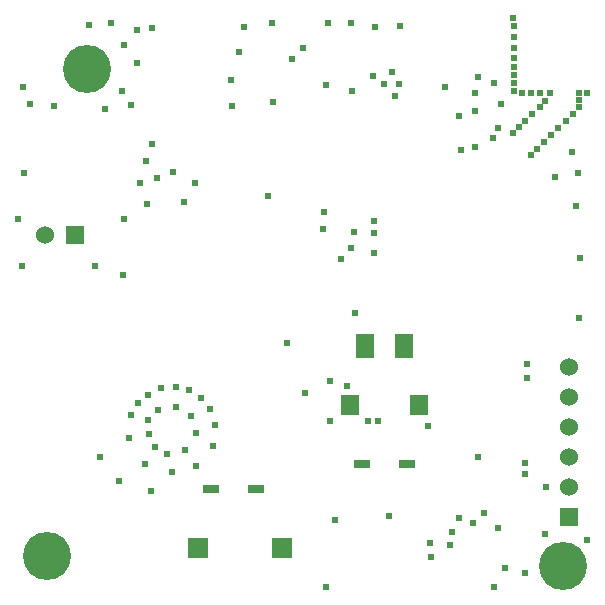
<source format=gbs>
G04 (created by PCBNEW (2013-07-07 BZR 4022)-stable) date Mon 15 Dec 2014 10:20:57 PM EET*
%MOIN*%
G04 Gerber Fmt 3.4, Leading zero omitted, Abs format*
%FSLAX34Y34*%
G01*
G70*
G90*
G04 APERTURE LIST*
%ADD10C,0.006*%
%ADD11R,0.0531496X0.0295276*%
%ADD12R,0.06X0.08*%
%ADD13R,0.06X0.06*%
%ADD14C,0.06*%
%ADD15R,0.0610236X0.0708661*%
%ADD16R,0.0688976X0.0708661*%
%ADD17C,0.0244094*%
%ADD18C,0.16*%
G04 APERTURE END LIST*
G54D10*
G54D11*
X92133Y-59283D03*
X93629Y-59283D03*
X87098Y-60125D03*
X88594Y-60125D03*
G54D12*
X93531Y-55346D03*
X92231Y-55346D03*
G54D13*
X82578Y-51673D03*
G54D14*
X81578Y-51673D03*
G54D13*
X99043Y-61062D03*
G54D14*
X99043Y-60062D03*
X99043Y-59062D03*
X99043Y-58062D03*
X99043Y-57062D03*
X99043Y-56062D03*
G54D15*
X91730Y-57314D03*
X94033Y-57314D03*
G54D16*
X86659Y-62106D03*
X89474Y-62106D03*
G54D17*
X97185Y-46870D03*
X97185Y-46594D03*
X97185Y-46318D03*
X97185Y-46043D03*
X97185Y-45748D03*
X97185Y-45413D03*
X97185Y-45059D03*
X97185Y-44685D03*
X97165Y-44429D03*
X97460Y-46909D03*
X97755Y-46909D03*
X98070Y-46909D03*
X98385Y-46909D03*
X99370Y-46909D03*
X99645Y-46909D03*
X98248Y-47185D03*
X98051Y-47381D03*
X97795Y-47637D03*
X97578Y-47854D03*
X97381Y-48051D03*
X97165Y-48267D03*
X97755Y-48996D03*
X97972Y-48799D03*
X98208Y-48562D03*
X98444Y-48326D03*
X98681Y-48090D03*
X98917Y-47854D03*
X99153Y-47618D03*
X99350Y-47381D03*
X99370Y-47145D03*
X92539Y-51200D03*
X92535Y-51606D03*
X92539Y-52259D03*
X91877Y-51559D03*
X91763Y-52106D03*
X91425Y-52448D03*
X90850Y-50885D03*
X90822Y-51448D03*
X96011Y-46389D03*
X95893Y-46929D03*
X95905Y-47523D03*
X96755Y-47283D03*
X96661Y-48090D03*
X95885Y-48712D03*
X95429Y-48838D03*
X96496Y-48413D03*
X95366Y-47692D03*
X96543Y-46598D03*
X94905Y-46724D03*
X93228Y-47039D03*
X93381Y-46629D03*
X92503Y-46342D03*
X93129Y-46220D03*
X92870Y-46610D03*
X91811Y-46850D03*
X90921Y-46669D03*
X90169Y-45429D03*
X89799Y-45799D03*
X91011Y-44578D03*
X91771Y-44590D03*
X92559Y-44740D03*
X93409Y-44688D03*
X89129Y-44590D03*
X88208Y-44740D03*
X88031Y-45551D03*
X85149Y-44759D03*
X84208Y-45330D03*
X84629Y-45929D03*
X80818Y-46740D03*
X83779Y-44598D03*
X83039Y-44669D03*
X83551Y-47444D03*
X84133Y-46846D03*
X84448Y-47326D03*
X81870Y-47354D03*
X81059Y-47291D03*
X84629Y-44818D03*
X89173Y-47220D03*
X87779Y-46484D03*
X87795Y-47370D03*
X84921Y-49192D03*
X85822Y-49543D03*
X84720Y-49917D03*
X85295Y-49763D03*
X85141Y-48641D03*
X86570Y-49940D03*
X86185Y-50543D03*
X84968Y-50641D03*
X80850Y-49590D03*
X80669Y-51133D03*
X80791Y-52696D03*
X83236Y-52708D03*
X84161Y-52996D03*
X84196Y-51118D03*
X85633Y-58948D03*
X86248Y-58822D03*
X86602Y-58259D03*
X86421Y-57681D03*
X85338Y-57492D03*
X85015Y-57830D03*
X85023Y-58295D03*
X85240Y-58724D03*
X85929Y-57385D03*
X85007Y-56980D03*
X84448Y-57657D03*
X84377Y-58433D03*
X84909Y-59299D03*
X85799Y-59570D03*
X86610Y-59358D03*
X87157Y-58677D03*
X87240Y-57992D03*
X87066Y-57464D03*
X86763Y-57086D03*
X86370Y-56834D03*
X85917Y-56724D03*
X85429Y-56767D03*
X84681Y-57251D03*
X91240Y-61169D03*
X93031Y-61019D03*
X94409Y-61940D03*
X94440Y-62385D03*
X95370Y-61078D03*
X96212Y-60933D03*
X96673Y-61425D03*
X95055Y-61996D03*
X90944Y-63389D03*
X96539Y-63389D03*
X96913Y-62759D03*
X97574Y-62909D03*
X99641Y-61838D03*
X98220Y-61618D03*
X97566Y-59248D03*
X97551Y-59625D03*
X95838Y-61251D03*
X95118Y-61551D03*
X95988Y-59051D03*
X98259Y-60051D03*
X84039Y-59850D03*
X85094Y-60181D03*
X83401Y-59055D03*
X97649Y-55948D03*
X97645Y-56421D03*
X99374Y-54433D03*
X99389Y-52409D03*
X98559Y-49736D03*
X99118Y-48893D03*
X99259Y-50681D03*
X99330Y-49594D03*
X91885Y-54255D03*
X89649Y-55251D03*
X90240Y-56921D03*
X92330Y-57858D03*
X94318Y-58015D03*
X91078Y-57846D03*
X92681Y-57870D03*
X91055Y-56531D03*
X91649Y-56704D03*
X89000Y-50350D03*
G54D18*
X82980Y-46110D03*
X98838Y-62700D03*
X81629Y-62370D03*
M02*

</source>
